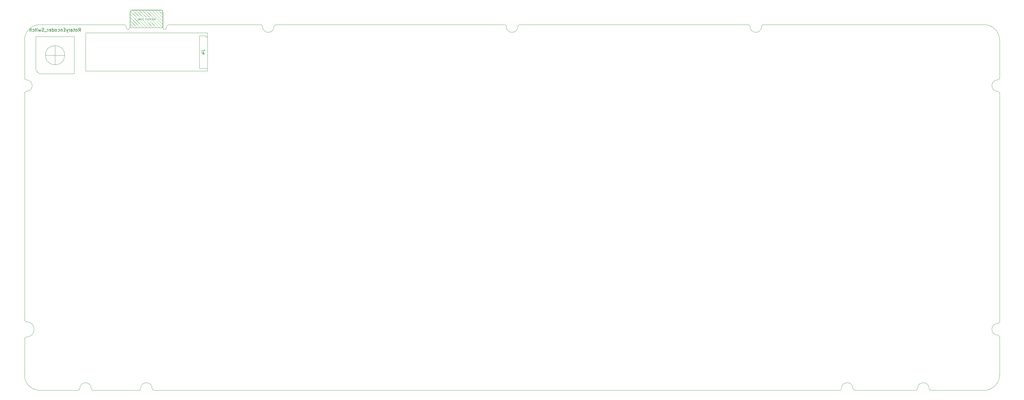
<source format=gbr>
%TF.GenerationSoftware,KiCad,Pcbnew,(6.0.2-0)*%
%TF.CreationDate,2022-05-09T13:33:42+07:00*%
%TF.ProjectId,kb-lone,6b622d6c-6f6e-4652-9e6b-696361645f70,rev?*%
%TF.SameCoordinates,Original*%
%TF.FileFunction,AssemblyDrawing,Bot*%
%FSLAX46Y46*%
G04 Gerber Fmt 4.6, Leading zero omitted, Abs format (unit mm)*
G04 Created by KiCad (PCBNEW (6.0.2-0)) date 2022-05-09 13:33:42*
%MOMM*%
%LPD*%
G01*
G04 APERTURE LIST*
%TA.AperFunction,Profile*%
%ADD10C,0.100000*%
%TD*%
%ADD11C,0.150000*%
%ADD12C,0.125000*%
%ADD13C,0.120000*%
%ADD14C,0.100000*%
%ADD15C,0.050000*%
G04 APERTURE END LIST*
D10*
X311943750Y-169068750D02*
X330993750Y-169068750D01*
X92868750Y-169068750D02*
X307181250Y-169068750D01*
X52982857Y-152400128D02*
G75*
G03*
X52982857Y-147637624I0J2381252D01*
G01*
X356592487Y-72032513D02*
G75*
G03*
X356592487Y-75604751I0J-1786119D01*
G01*
X97690000Y-54767108D02*
G75*
G03*
X96690000Y-55767106I-1J-999999D01*
G01*
X357187500Y-164306250D02*
X357187500Y-152400000D01*
X356592487Y-148232637D02*
G75*
G03*
X357187500Y-147637500I1J595012D01*
G01*
X52982857Y-75604707D02*
G75*
G03*
X52387500Y-76200000I0J-595357D01*
G01*
X95692892Y-51087104D02*
X95690000Y-55767110D01*
X130968750Y-54768906D02*
G75*
G03*
X130373547Y-55364109I0J-595203D01*
G01*
X57150000Y-169068750D02*
X69056250Y-169068750D01*
X73818750Y-169068750D02*
X88106250Y-169068750D01*
X73223499Y-168473579D02*
G75*
G03*
X69651621Y-168473579I-1785939J0D01*
G01*
X52387500Y-59531250D02*
X52387500Y-71437500D01*
X52387500Y-164306250D02*
G75*
G03*
X57150000Y-169068750I4762500J0D01*
G01*
X84292892Y-55767106D02*
G75*
G03*
X83292895Y-54767107I-999998J1D01*
G01*
X335161219Y-168473579D02*
G75*
G03*
X331589341Y-168473579I-1785939J0D01*
G01*
X126206250Y-54768750D02*
X97690000Y-54767108D01*
X88106250Y-169068892D02*
G75*
G03*
X88701637Y-168473579I74J595313D01*
G01*
X352425000Y-54768750D02*
X283368750Y-54768750D01*
X92273515Y-168473579D02*
G75*
G03*
X88701637Y-168473579I-1785939J0D01*
G01*
X69056250Y-169068892D02*
G75*
G03*
X69651621Y-168473579I57J595314D01*
G01*
X357187500Y-147637500D02*
X357187800Y-76200000D01*
X86287104Y-50087108D02*
X94692896Y-50087108D01*
X85287108Y-51087104D02*
X85292892Y-55767110D01*
X356592487Y-72032513D02*
G75*
G03*
X357187500Y-71437500I1J595012D01*
G01*
X203001733Y-55364109D02*
G75*
G03*
X206573611Y-55364109I1785939J0D01*
G01*
X57150000Y-54768750D02*
G75*
G03*
X52387500Y-59531250I0J-4762500D01*
G01*
X311348841Y-168473579D02*
G75*
G03*
X311943750Y-169068750I595171J0D01*
G01*
X203001779Y-55364109D02*
G75*
G03*
X202406250Y-54768750I-595359J0D01*
G01*
X352425000Y-169068750D02*
G75*
G03*
X357187500Y-164306250I0J4762500D01*
G01*
X95692892Y-51087104D02*
G75*
G03*
X94692896Y-50087108I-999996J0D01*
G01*
X126801715Y-55364109D02*
G75*
G03*
X126206250Y-54768750I-595359J0D01*
G01*
X92273579Y-168473579D02*
G75*
G03*
X92868750Y-169068750I595173J2D01*
G01*
X83292895Y-54767107D02*
X57150000Y-54768750D01*
X279201843Y-55364109D02*
G75*
G03*
X278606250Y-54768750I-595359J0D01*
G01*
X52982857Y-75604751D02*
G75*
G03*
X52982857Y-72032873I0J1785939D01*
G01*
X279201797Y-55364109D02*
G75*
G03*
X282773675Y-55364109I1785939J0D01*
G01*
X335756250Y-169068750D02*
X352425000Y-169068750D01*
X52387544Y-147042311D02*
G75*
G03*
X52982857Y-147637624I595313J0D01*
G01*
X357187500Y-59531250D02*
G75*
G03*
X352425000Y-54768750I-4762500J0D01*
G01*
X357187800Y-76200000D02*
G75*
G03*
X356592487Y-75604751I-595314J-65D01*
G01*
X278606250Y-54768750D02*
X207168750Y-54768750D01*
X357187500Y-71437500D02*
X357187500Y-59531250D01*
X84292892Y-55767106D02*
G75*
G03*
X85292892Y-55767110I500000J-2D01*
G01*
X52982857Y-152400128D02*
G75*
G03*
X52387544Y-152995441I0J-595313D01*
G01*
X330993750Y-169068892D02*
G75*
G03*
X331589341Y-168473579I278J595313D01*
G01*
X356592487Y-148232637D02*
G75*
G03*
X356592487Y-151804815I0J-1786089D01*
G01*
X207168750Y-54768796D02*
G75*
G03*
X206573611Y-55364109I175J-595314D01*
G01*
X86287104Y-50087108D02*
G75*
G03*
X85287108Y-51087104I0J-999996D01*
G01*
X52387500Y-76200000D02*
X52387544Y-147042311D01*
X357187500Y-152400000D02*
G75*
G03*
X356592487Y-151804815I-595012J173D01*
G01*
X126801669Y-55364109D02*
G75*
G03*
X130373547Y-55364109I1785939J0D01*
G01*
X95690000Y-55767110D02*
G75*
G03*
X96690000Y-55767106I500000J2D01*
G01*
X52387544Y-71437500D02*
G75*
G03*
X52982857Y-72032873I595313J-60D01*
G01*
X335161361Y-168473579D02*
G75*
G03*
X335756250Y-169068750I595171J0D01*
G01*
X52387544Y-152995441D02*
X52387500Y-164306250D01*
X283368750Y-54768796D02*
G75*
G03*
X282773675Y-55364109I238J-595313D01*
G01*
X73223641Y-168473579D02*
G75*
G03*
X73818750Y-169068750I595171J0D01*
G01*
X311348699Y-168473579D02*
G75*
G03*
X307776821Y-168473579I-1785939J0D01*
G01*
X202406250Y-54768750D02*
X130968750Y-54768750D01*
X307181250Y-169068892D02*
G75*
G03*
X307776821Y-168473579I258J595313D01*
G01*
D11*
%TO.C,J4*%
X107732380Y-62945666D02*
X108446666Y-62945666D01*
X108589523Y-62898047D01*
X108684761Y-62802809D01*
X108732380Y-62659952D01*
X108732380Y-62564714D01*
X108065714Y-63850428D02*
X108732380Y-63850428D01*
X107684761Y-63612333D02*
X108399047Y-63374238D01*
X108399047Y-63993285D01*
%TO.C,SW84*%
X69258333Y-56846130D02*
X69591666Y-56369940D01*
X69829761Y-56846130D02*
X69829761Y-55846130D01*
X69448809Y-55846130D01*
X69353571Y-55893750D01*
X69305952Y-55941369D01*
X69258333Y-56036607D01*
X69258333Y-56179464D01*
X69305952Y-56274702D01*
X69353571Y-56322321D01*
X69448809Y-56369940D01*
X69829761Y-56369940D01*
X68686904Y-56846130D02*
X68782142Y-56798511D01*
X68829761Y-56750892D01*
X68877380Y-56655654D01*
X68877380Y-56369940D01*
X68829761Y-56274702D01*
X68782142Y-56227083D01*
X68686904Y-56179464D01*
X68544047Y-56179464D01*
X68448809Y-56227083D01*
X68401190Y-56274702D01*
X68353571Y-56369940D01*
X68353571Y-56655654D01*
X68401190Y-56750892D01*
X68448809Y-56798511D01*
X68544047Y-56846130D01*
X68686904Y-56846130D01*
X68067857Y-56179464D02*
X67686904Y-56179464D01*
X67925000Y-55846130D02*
X67925000Y-56703273D01*
X67877380Y-56798511D01*
X67782142Y-56846130D01*
X67686904Y-56846130D01*
X66925000Y-56846130D02*
X66925000Y-56322321D01*
X66972619Y-56227083D01*
X67067857Y-56179464D01*
X67258333Y-56179464D01*
X67353571Y-56227083D01*
X66925000Y-56798511D02*
X67020238Y-56846130D01*
X67258333Y-56846130D01*
X67353571Y-56798511D01*
X67401190Y-56703273D01*
X67401190Y-56608035D01*
X67353571Y-56512797D01*
X67258333Y-56465178D01*
X67020238Y-56465178D01*
X66925000Y-56417559D01*
X66448809Y-56846130D02*
X66448809Y-56179464D01*
X66448809Y-56369940D02*
X66401190Y-56274702D01*
X66353571Y-56227083D01*
X66258333Y-56179464D01*
X66163095Y-56179464D01*
X65925000Y-56179464D02*
X65686904Y-56846130D01*
X65448809Y-56179464D02*
X65686904Y-56846130D01*
X65782142Y-57084226D01*
X65829761Y-57131845D01*
X65925000Y-57179464D01*
X65067857Y-56322321D02*
X64734523Y-56322321D01*
X64591666Y-56846130D02*
X65067857Y-56846130D01*
X65067857Y-55846130D01*
X64591666Y-55846130D01*
X64163095Y-56179464D02*
X64163095Y-56846130D01*
X64163095Y-56274702D02*
X64115476Y-56227083D01*
X64020238Y-56179464D01*
X63877380Y-56179464D01*
X63782142Y-56227083D01*
X63734523Y-56322321D01*
X63734523Y-56846130D01*
X62829761Y-56798511D02*
X62925000Y-56846130D01*
X63115476Y-56846130D01*
X63210714Y-56798511D01*
X63258333Y-56750892D01*
X63305952Y-56655654D01*
X63305952Y-56369940D01*
X63258333Y-56274702D01*
X63210714Y-56227083D01*
X63115476Y-56179464D01*
X62925000Y-56179464D01*
X62829761Y-56227083D01*
X62258333Y-56846130D02*
X62353571Y-56798511D01*
X62401190Y-56750892D01*
X62448809Y-56655654D01*
X62448809Y-56369940D01*
X62401190Y-56274702D01*
X62353571Y-56227083D01*
X62258333Y-56179464D01*
X62115476Y-56179464D01*
X62020238Y-56227083D01*
X61972619Y-56274702D01*
X61925000Y-56369940D01*
X61925000Y-56655654D01*
X61972619Y-56750892D01*
X62020238Y-56798511D01*
X62115476Y-56846130D01*
X62258333Y-56846130D01*
X61067857Y-56846130D02*
X61067857Y-55846130D01*
X61067857Y-56798511D02*
X61163095Y-56846130D01*
X61353571Y-56846130D01*
X61448809Y-56798511D01*
X61496428Y-56750892D01*
X61544047Y-56655654D01*
X61544047Y-56369940D01*
X61496428Y-56274702D01*
X61448809Y-56227083D01*
X61353571Y-56179464D01*
X61163095Y-56179464D01*
X61067857Y-56227083D01*
X60210714Y-56798511D02*
X60305952Y-56846130D01*
X60496428Y-56846130D01*
X60591666Y-56798511D01*
X60639285Y-56703273D01*
X60639285Y-56322321D01*
X60591666Y-56227083D01*
X60496428Y-56179464D01*
X60305952Y-56179464D01*
X60210714Y-56227083D01*
X60163095Y-56322321D01*
X60163095Y-56417559D01*
X60639285Y-56512797D01*
X59734523Y-56846130D02*
X59734523Y-56179464D01*
X59734523Y-56369940D02*
X59686904Y-56274702D01*
X59639285Y-56227083D01*
X59544047Y-56179464D01*
X59448809Y-56179464D01*
X59353571Y-56941369D02*
X58591666Y-56941369D01*
X58401190Y-56798511D02*
X58258333Y-56846130D01*
X58020238Y-56846130D01*
X57925000Y-56798511D01*
X57877380Y-56750892D01*
X57829761Y-56655654D01*
X57829761Y-56560416D01*
X57877380Y-56465178D01*
X57925000Y-56417559D01*
X58020238Y-56369940D01*
X58210714Y-56322321D01*
X58305952Y-56274702D01*
X58353571Y-56227083D01*
X58401190Y-56131845D01*
X58401190Y-56036607D01*
X58353571Y-55941369D01*
X58305952Y-55893750D01*
X58210714Y-55846130D01*
X57972619Y-55846130D01*
X57829761Y-55893750D01*
X57496428Y-56179464D02*
X57305952Y-56846130D01*
X57115476Y-56369940D01*
X56925000Y-56846130D01*
X56734523Y-56179464D01*
X56353571Y-56846130D02*
X56353571Y-56179464D01*
X56353571Y-55846130D02*
X56401190Y-55893750D01*
X56353571Y-55941369D01*
X56305952Y-55893750D01*
X56353571Y-55846130D01*
X56353571Y-55941369D01*
X56020238Y-56179464D02*
X55639285Y-56179464D01*
X55877380Y-55846130D02*
X55877380Y-56703273D01*
X55829761Y-56798511D01*
X55734523Y-56846130D01*
X55639285Y-56846130D01*
X54877380Y-56798511D02*
X54972619Y-56846130D01*
X55163095Y-56846130D01*
X55258333Y-56798511D01*
X55305952Y-56750892D01*
X55353571Y-56655654D01*
X55353571Y-56369940D01*
X55305952Y-56274702D01*
X55258333Y-56227083D01*
X55163095Y-56179464D01*
X54972619Y-56179464D01*
X54877380Y-56227083D01*
X54448809Y-56846130D02*
X54448809Y-55846130D01*
X54020238Y-56846130D02*
X54020238Y-56322321D01*
X54067857Y-56227083D01*
X54163095Y-56179464D01*
X54305952Y-56179464D01*
X54401190Y-56227083D01*
X54448809Y-56274702D01*
D12*
%TO.C,J1*%
X93216190Y-53288690D02*
X93216190Y-52788690D01*
X92930476Y-53288690D02*
X93144761Y-53002976D01*
X92930476Y-52788690D02*
X93216190Y-53074404D01*
X92716190Y-53026785D02*
X92549523Y-53026785D01*
X92478095Y-53288690D02*
X92716190Y-53288690D01*
X92716190Y-52788690D01*
X92478095Y-52788690D01*
X92263809Y-53026785D02*
X92097142Y-53026785D01*
X92025714Y-53288690D02*
X92263809Y-53288690D01*
X92263809Y-52788690D01*
X92025714Y-52788690D01*
X91811428Y-53288690D02*
X91811428Y-52788690D01*
X91620952Y-52788690D01*
X91573333Y-52812500D01*
X91549523Y-52836309D01*
X91525714Y-52883928D01*
X91525714Y-52955357D01*
X91549523Y-53002976D01*
X91573333Y-53026785D01*
X91620952Y-53050595D01*
X91811428Y-53050595D01*
X91216190Y-52788690D02*
X91120952Y-52788690D01*
X91073333Y-52812500D01*
X91025714Y-52860119D01*
X91001904Y-52955357D01*
X91001904Y-53122023D01*
X91025714Y-53217261D01*
X91073333Y-53264880D01*
X91120952Y-53288690D01*
X91216190Y-53288690D01*
X91263809Y-53264880D01*
X91311428Y-53217261D01*
X91335238Y-53122023D01*
X91335238Y-52955357D01*
X91311428Y-52860119D01*
X91263809Y-52812500D01*
X91216190Y-52788690D01*
X90787619Y-52788690D02*
X90787619Y-53193452D01*
X90763809Y-53241071D01*
X90740000Y-53264880D01*
X90692380Y-53288690D01*
X90597142Y-53288690D01*
X90549523Y-53264880D01*
X90525714Y-53241071D01*
X90501904Y-53193452D01*
X90501904Y-52788690D01*
X90335238Y-52788690D02*
X90049523Y-52788690D01*
X90192380Y-53288690D02*
X90192380Y-52788690D01*
X89549523Y-52788690D02*
X89216190Y-52788690D01*
X89549523Y-53288690D01*
X89216190Y-53288690D01*
X88930476Y-52788690D02*
X88835238Y-52788690D01*
X88787619Y-52812500D01*
X88740000Y-52860119D01*
X88716190Y-52955357D01*
X88716190Y-53122023D01*
X88740000Y-53217261D01*
X88787619Y-53264880D01*
X88835238Y-53288690D01*
X88930476Y-53288690D01*
X88978095Y-53264880D01*
X89025714Y-53217261D01*
X89049523Y-53122023D01*
X89049523Y-52955357D01*
X89025714Y-52860119D01*
X88978095Y-52812500D01*
X88930476Y-52788690D01*
X88501904Y-53288690D02*
X88501904Y-52788690D01*
X88216190Y-53288690D01*
X88216190Y-52788690D01*
X87978095Y-53026785D02*
X87811428Y-53026785D01*
X87740000Y-53288690D02*
X87978095Y-53288690D01*
X87978095Y-52788690D01*
X87740000Y-52788690D01*
D13*
%TO.C,J4*%
X71450000Y-57310000D02*
X71450000Y-69248000D01*
D14*
X109550000Y-68359000D02*
X109550000Y-58834000D01*
D13*
X109550000Y-57310000D02*
X109550000Y-69248000D01*
X109550000Y-57310000D02*
X71450000Y-57310000D01*
D14*
X109550000Y-58834000D02*
X108915000Y-58199000D01*
X107010000Y-58199000D02*
X107010000Y-68359000D01*
X108915000Y-58199000D02*
X107010000Y-58199000D01*
D13*
X109550000Y-69248000D02*
X71450000Y-69248000D01*
D14*
X107010000Y-68359000D02*
X109550000Y-68359000D01*
D13*
%TO.C,SW84*%
X55925000Y-68993750D02*
X56925000Y-70093750D01*
X55925000Y-58493750D02*
X55925000Y-68993750D01*
X56925000Y-70093750D02*
X67925000Y-70093750D01*
X58925000Y-64293750D02*
X64925000Y-64293750D01*
X67925000Y-70093750D02*
X67925000Y-58493750D01*
X61925000Y-67293750D02*
X61925000Y-61293750D01*
X67925000Y-58493750D02*
X55925000Y-58493750D01*
X64925000Y-64293750D02*
G75*
G03*
X64925000Y-64293750I-3000000J0D01*
G01*
D15*
%TO.C,J1*%
X85490000Y-53562500D02*
X87590000Y-55662500D01*
X89590000Y-53662500D02*
X91590000Y-55662500D01*
X91590000Y-53662500D02*
X93590000Y-55662500D01*
X90590000Y-53662500D02*
X92590000Y-55662500D01*
X89190000Y-50262500D02*
X91590000Y-52562500D01*
X90190000Y-50262500D02*
X92590000Y-52562500D01*
X88590000Y-53662500D02*
X90590000Y-55662500D01*
X85490000Y-50562500D02*
X87590000Y-52562500D01*
X85490000Y-51562500D02*
X89590000Y-55662500D01*
X91190000Y-50262500D02*
X95490000Y-54562500D01*
X93590000Y-53662500D02*
X95490000Y-55562500D01*
X93190000Y-50262500D02*
X95490000Y-52562500D01*
D13*
X85490000Y-55662500D02*
X85490000Y-50262500D01*
D15*
X87190000Y-50262500D02*
X89590000Y-52562500D01*
X85490000Y-54562500D02*
X86590000Y-55662500D01*
D13*
X95490000Y-50262500D02*
X95490000Y-55662500D01*
D15*
X94190000Y-50262500D02*
X95490000Y-51562500D01*
D13*
X95490000Y-55662500D02*
X85490000Y-55662500D01*
D15*
X88190000Y-50262500D02*
X90590000Y-52562500D01*
X85490000Y-52562500D02*
X88590000Y-55662500D01*
X92190000Y-50262500D02*
X95490000Y-53562500D01*
D13*
X85490000Y-50262500D02*
X95490000Y-50262500D01*
D15*
X86190000Y-50262500D02*
X88590000Y-52562500D01*
X92590000Y-53662500D02*
X94590000Y-55662500D01*
%TD*%
M02*

</source>
